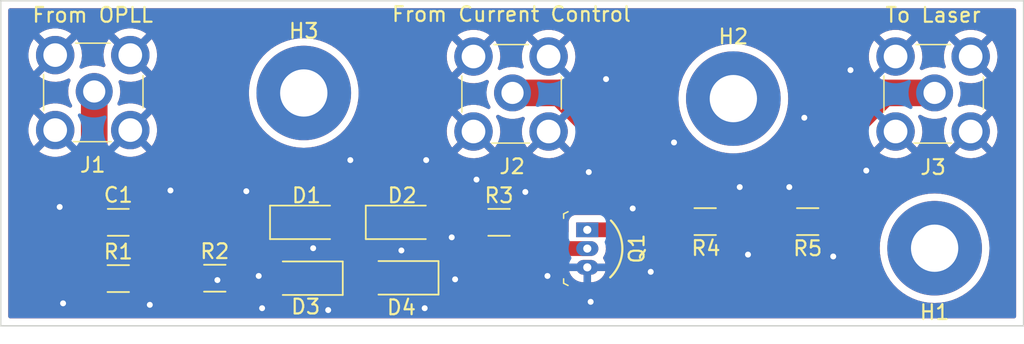
<source format=kicad_pcb>
(kicad_pcb (version 20211014) (generator pcbnew)
  (layers (0 "F.Cu" signal) (31 "B.Cu" signal) (34 "B.Paste" user) (35 "F.Paste" user) (36 "B.SilkS" user "B.Silkscreen") (37 "F.SilkS" user "F.Silkscreen") (38 "B.Mask" user) (39 "F.Mask" user) (44 "Edge.Cuts" user))
  (net 0 "")
  (net 1 "Net-(C1-Pad1)")
  (net 2 "Net-(C1-Pad2)")
  (net 3 "Net-(D1-Pad2)")
  (net 4 "GND")
  (net 5 "Net-(J2-Pad2)")
  (net 6 "Net-(J3-Pad2)")
  (net 7 "Net-(Q1-Pad2)")
  (net 8 "Net-(Q1-Pad1)")
  (net 9 "Net-(D3-Pad1)")
  (footprint "Diode_SMD:D_1206_3216Metric_Pad1.42x1.75mm_HandSolder" (layer "F.Cu") (at 122.1994 85.598 180)
    (fp_text reference "D3" (at 0.0508 -1.9304) (layer "F.SilkS"))
    (fp_text value "DIODE")
    (fp_line (start 1.6 -1.135) (end -2.46 -1.135) (layer "F.SilkS") (width 0.12))
    (fp_line (start -2.46 1.135) (end 1.6 1.135) (layer "F.SilkS") (width 0.12))
    (fp_line (start -2.46 -1.135) (end -2.46 1.135) (layer "F.SilkS") (width 0.12))
    (pad "1" smd roundrect (at -1.4875 0 180) (size 1.425 1.75) (layers "F.Cu" "F.Paste" "F.Mask") (roundrect_rratio 0.175439) (net 9 "Net-(D3-Pad1)"))
    (pad "2" smd roundrect (at 1.4875 0 180) (size 1.425 1.75) (layers "F.Cu" "F.Paste" "F.Mask") (roundrect_rratio 0.175439) (net 2 "Net-(C1-Pad2)"))
  )
  (footprint "Diode_SMD:D_1206_3216Metric_Pad1.42x1.75mm_HandSolder" (layer "F.Cu") (at 122.1994 81.8134)
    (fp_text reference "D1" (at 0 -1.82) (layer "F.SilkS"))
    (fp_text value "DIODE")
    (fp_line (start 1.6 -1.135) (end -2.46 -1.135) (layer "F.SilkS") (width 0.12))
    (fp_line (start -2.46 1.135) (end 1.6 1.135) (layer "F.SilkS") (width 0.12))
    (fp_line (start -2.46 -1.135) (end -2.46 1.135) (layer "F.SilkS") (width 0.12))
    (pad "1" smd roundrect (at -1.4875 0) (size 1.425 1.75) (layers "F.Cu" "F.Paste" "F.Mask") (roundrect_rratio 0.175439) (net 2 "Net-(C1-Pad2)"))
    (pad "2" smd roundrect (at 1.4875 0) (size 1.425 1.75) (layers "F.Cu" "F.Paste" "F.Mask") (roundrect_rratio 0.175439) (net 3 "Net-(D1-Pad2)"))
  )
  (footprint "digikey-footprints:TO-92-3" (layer "F.Cu") (at 141.1986 82.3214 -90)
    (fp_text reference "Q1" (at 1.27 -3.35 90) (layer "F.SilkS"))
    (fp_text value "FET D=1, G=2, S=3")
    (fp_line (start 3.62 1.6) (end 3.77 1.3) (layer "F.SilkS") (width 0.1))
    (fp_line (start -1.08 1.6) (end -1.23 1.3) (layer "F.SilkS") (width 0.1))
    (fp_line (start -0.78 1.6) (end -1.08 1.6) (layer "F.SilkS") (width 0.1))
    (fp_line (start 3.62 1.6) (end 3.32 1.6) (layer "F.SilkS") (width 0.1))
    (fp_arc (start -0.63 -1.6) (mid 1.305355 -2.372361) (end 3.22 -1.55) (layer "F.SilkS") (width 0.15))
    (pad "1" thru_hole rect locked (at 0 0 90) (size 1 1.5) (drill 0.55) (layers *.Cu *.Mask) (net 8 "Net-(Q1-Pad1)"))
    (pad "2" thru_hole oval locked (at 1.27 0 90) (size 1 1.5) (drill 0.55) (layers *.Cu *.Mask) (net 7 "Net-(Q1-Pad2)"))
    (pad "3" thru_hole oval locked (at 2.54 0 90) (size 1 1.5) (drill 0.55) (layers *.Cu *.Mask) (net 4 "GND"))
  )
  (footprint "Resistor_SMD:R_1206_3216Metric_Pad1.30x1.75mm_HandSolder" (layer "F.Cu") (at 109.474 85.6234)
    (fp_text reference "R1" (at 0 -1.82) (layer "F.SilkS"))
    (fp_text value "10k")
    (fp_line (start -0.727064 -0.91) (end 0.727064 -0.91) (layer "F.SilkS") (width 0.12))
    (fp_line (start -0.727064 0.91) (end 0.727064 0.91) (layer "F.SilkS") (width 0.12))
    (pad "1" smd roundrect (at -1.55 0) (size 1.3 1.75) (layers "F.Cu" "F.Paste" "F.Mask") (roundrect_rratio 0.192308) (net 1 "Net-(C1-Pad1)"))
    (pad "2" smd roundrect (at 1.55 0) (size 1.3 1.75) (layers "F.Cu" "F.Paste" "F.Mask") (roundrect_rratio 0.192308) (net 2 "Net-(C1-Pad2)"))
  )
  (footprint "MountingHole:MountingHole_3.2mm_M3_Pad" (layer "F.Cu") (at 122.0216 73.0504)
    (fp_text reference "H3" (at 0 -4.2) (layer "F.SilkS"))
    (fp_text value "MountingHole")
    (pad "1" thru_hole circle (at 0 0) (size 6.4 6.4) (drill 3.2) (layers *.Cu *.Mask))
  )
  (footprint "digikey-footprints:RF_SMA_Vertical_5-1814832-1" (layer "F.Cu") (at 107.7468 73.025)
    (fp_text reference "J1" (at 0 4.9022) (layer "F.SilkS"))
    (fp_text value "From OPLL")
    (fp_text user "${VALUE}" (at 0 -5.2578) (layer "F.SilkS"))
    (fp_line (start -1.3 3.325) (end 1.25 3.325) (layer "F.SilkS") (width 0.1))
    (fp_line (start -3.325 1.225) (end -3.325 -1.225) (layer "F.SilkS") (width 0.1))
    (fp_line (start 3.4 -1.15) (end 3.4 1.025) (layer "F.SilkS") (width 0.1))
    (fp_line (start -1.15 -3.35) (end 1.175 -3.35) (layer "F.SilkS") (width 0.1))
    (pad "1" thru_hole circle locked (at 2.54 -2.54) (size 2.6 2.6) (drill 1.6) (layers *.Cu *.Mask) (net 4 "GND"))
    (pad "1" thru_hole circle locked (at -2.54 2.54) (size 2.6 2.6) (drill 1.6) (layers *.Cu *.Mask) (net 4 "GND"))
    (pad "1" thru_hole circle locked (at -2.54 -2.54) (size 2.6 2.6) (drill 1.6) (layers *.Cu *.Mask) (net 4 "GND"))
    (pad "1" thru_hole circle locked (at 2.54 2.54) (size 2.6 2.6) (drill 1.6) (layers *.Cu *.Mask) (net 4 "GND"))
    (pad "2" thru_hole circle locked (at 0.1 -0.075) (size 2.5 2.5) (drill 1.5) (layers *.Cu *.Mask) (net 1 "Net-(C1-Pad1)"))
  )
  (footprint "digikey-footprints:RF_SMA_Vertical_5-1814832-1" (layer "F.Cu") (at 136.0424 73.1205)
    (fp_text reference "J2" (at 0.0762 4.9083) (layer "F.SilkS"))
    (fp_text value "From Current Control")
    (fp_text user "${VALUE}" (at 0.0254 -5.4041) (layer "F.SilkS"))
    (fp_line (start -3.325 1.225) (end -3.325 -1.225) (layer "F.SilkS") (width 0.1))
    (fp_line (start 3.4 -1.15) (end 3.4 1.025) (layer "F.SilkS") (width 0.1))
    (fp_line (start -1.15 -3.35) (end 1.175 -3.35) (layer "F.SilkS") (width 0.1))
    (fp_line (start -1.3 3.325) (end 1.25 3.325) (layer "F.SilkS") (width 0.1))
    (pad "1" thru_hole circle locked (at -2.54 -2.54) (size 2.6 2.6) (drill 1.6) (layers *.Cu *.Mask) (net 4 "GND"))
    (pad "1" thru_hole circle locked (at 2.54 -2.54) (size 2.6 2.6) (drill 1.6) (layers *.Cu *.Mask) (net 4 "GND"))
    (pad "1" thru_hole circle locked (at 2.54 2.54) (size 2.6 2.6) (drill 1.6) (layers *.Cu *.Mask) (net 4 "GND"))
    (pad "1" thru_hole circle locked (at -2.54 2.54) (size 2.6 2.6) (drill 1.6) (layers *.Cu *.Mask) (net 4 "GND"))
    (pad "2" thru_hole circle locked (at 0.1 -0.075) (size 2.5 2.5) (drill 1.5) (layers *.Cu *.Mask) (net 5 "Net-(J2-Pad2)"))
  )
  (footprint "Resistor_SMD:R_1206_3216Metric_Pad1.30x1.75mm_HandSolder" (layer "F.Cu") (at 149.1742 81.7626)
    (fp_text reference "R4" (at 0.0508 1.8034) (layer "F.SilkS"))
    (fp_text value "5R6")
    (fp_line (start -0.727064 -0.91) (end 0.727064 -0.91) (layer "F.SilkS") (width 0.12))
    (fp_line (start -0.727064 0.91) (end 0.727064 0.91) (layer "F.SilkS") (width 0.12))
    (pad "1" smd roundrect (at -1.55 0) (size 1.3 1.75) (layers "F.Cu" "F.Paste" "F.Mask") (roundrect_rratio 0.192308) (net 5 "Net-(J2-Pad2)"))
    (pad "2" smd roundrect (at 1.55 0) (size 1.3 1.75) (layers "F.Cu" "F.Paste" "F.Mask") (roundrect_rratio 0.192308) (net 8 "Net-(Q1-Pad1)"))
  )
  (footprint "MountingHole:MountingHole_3.2mm_M3_Pad" (layer "F.Cu") (at 164.6936 83.566)
    (fp_text reference "H1" (at 0 4.3434) (layer "F.SilkS"))
    (fp_text value "MountingHole")
    (pad "1" thru_hole circle (at 0 0) (size 6.4 6.4) (drill 3.2) (layers *.Cu *.Mask))
  )
  (footprint "MountingHole:MountingHole_3.2mm_M3_Pad" (layer "F.Cu") (at 151.0792 73.4314)
    (fp_text reference "H2" (at 0 -4.2) (layer "F.SilkS"))
    (fp_text value "MountingHole")
    (pad "1" thru_hole circle (at 0 0) (size 6.4 6.4) (drill 3.2) (layers *.Cu *.Mask))
  )
  (footprint "digikey-footprints:RF_SMA_Vertical_5-1814832-1" (layer "F.Cu") (at 164.592 73.1205)
    (fp_text reference "J3" (at 0 4.9591) (layer "F.SilkS"))
    (fp_text value "To Laser")
    (fp_text user "${VALUE}" (at 0 -5.3533) (layer "F.SilkS"))
    (fp_line (start 3.4 -1.15) (end 3.4 1.025) (layer "F.SilkS") (width 0.1))
    (fp_line (start -1.15 -3.35) (end 1.175 -3.35) (layer "F.SilkS") (width 0.1))
    (fp_line (start -3.325 1.225) (end -3.325 -1.225) (layer "F.SilkS") (width 0.1))
    (fp_line (start -1.3 3.325) (end 1.25 3.325) (layer "F.SilkS") (width 0.1))
    (pad "1" thru_hole circle locked (at -2.54 2.54) (size 2.6 2.6) (drill 1.6) (layers *.Cu *.Mask) (net 4 "GND"))
    (pad "1" thru_hole circle locked (at 2.54 -2.54) (size 2.6 2.6) (drill 1.6) (layers *.Cu *.Mask) (net 4 "GND"))
    (pad "1" thru_hole circle locked (at 2.54 2.54) (size 2.6 2.6) (drill 1.6) (layers *.Cu *.Mask) (net 4 "GND"))
    (pad "1" thru_hole circle locked (at -2.54 -2.54) (size 2.6 2.6) (drill 1.6) (layers *.Cu *.Mask) (net 4 "GND"))
    (pad "2" thru_hole circle locked (at 0.1 -0.075) (size 2.5 2.5) (drill 1.5) (layers *.Cu *.Mask) (net 6 "Net-(J3-Pad2)"))
  )
  (footprint "Resistor_SMD:R_1206_3216Metric_Pad1.30x1.75mm_HandSolder" (layer "F.Cu") (at 116.0018 85.598)
    (fp_text reference "R2" (at 0 -1.82) (layer "F.SilkS"))
    (fp_text value "10k")
    (fp_line (start -0.727064 0.91) (end 0.727064 0.91) (layer "F.SilkS") (width 0.12))
    (fp_line (start -0.727064 -0.91) (end 0.727064 -0.91) (layer "F.SilkS") (width 0.12))
    (pad "1" smd roundrect (at -1.55 0) (size 1.3 1.75) (layers "F.Cu" "F.Paste" "F.Mask") (roundrect_rratio 0.192308) (net 2 "Net-(C1-Pad2)"))
    (pad "2" smd roundrect (at 1.55 0) (size 1.3 1.75) (layers "F.Cu" "F.Paste" "F.Mask") (roundrect_rratio 0.192308) (net 4 "GND"))
  )
  (footprint "Diode_SMD:D_1206_3216Metric_Pad1.42x1.75mm_HandSolder" (layer "F.Cu") (at 128.6764 85.5726 180)
    (fp_text reference "D4" (at 0.0508 -2.0066) (layer "F.SilkS"))
    (fp_text value "DIODE")
    (fp_line (start -2.46 -1.135) (end -2.46 1.135) (layer "F.SilkS") (width 0.12))
    (fp_line (start 1.6 -1.135) (end -2.46 -1.135) (layer "F.SilkS") (width 0.12))
    (fp_line (start -2.46 1.135) (end 1.6 1.135) (layer "F.SilkS") (width 0.12))
    (pad "1" smd roundrect (at -1.4875 0 180) (size 1.425 1.75) (layers "F.Cu" "F.Paste" "F.Mask") (roundrect_rratio 0.175439) (net 4 "GND"))
    (pad "2" smd roundrect (at 1.4875 0 180) (size 1.425 1.75) (layers "F.Cu" "F.Paste" "F.Mask") (roundrect_rratio 0.175439) (net 9 "Net-(D3-Pad1)"))
  )
  (footprint "Diode_SMD:D_1206_3216Metric_Pad1.42x1.75mm_HandSolder" (layer "F.Cu") (at 128.6764 81.8134)
    (fp_text reference "D2" (at 0 -1.82) (layer "F.SilkS"))
    (fp_text value "DIODE")
    (fp_line (start -2.46 1.135) (end 1.6 1.135) (layer "F.SilkS") (width 0.12))
    (fp_line (start -2.46 -1.135) (end -2.46 1.135) (layer "F.SilkS") (width 0.12))
    (fp_line (start 1.6 -1.135) (end -2.46 -1.135) (layer "F.SilkS") (width 0.12))
    (pad "1" smd roundrect (at -1.4875 0) (size 1.425 1.75) (layers "F.Cu" "F.Paste" "F.Mask") (roundrect_rratio 0.175439) (net 3 "Net-(D1-Pad2)"))
    (pad "2" smd roundrect (at 1.4875 0) (size 1.425 1.75) (layers "F.Cu" "F.Paste" "F.Mask") (roundrect_rratio 0.175439) (net 4 "GND"))
  )
  (footprint "Resistor_SMD:R_1206_3216Metric_Pad1.30x1.75mm_HandSolder" (layer "F.Cu") (at 135.2296 81.8134)
    (fp_text reference "R3" (at 0 -1.82) (layer "F.SilkS"))
    (fp_text value "280")
    (fp_line (start -0.727064 -0.91) (end 0.727064 -0.91) (layer "F.SilkS") (width 0.12))
    (fp_line (start -0.727064 0.91) (end 0.727064 0.91) (layer "F.SilkS") (width 0.12))
    (pad "1" smd roundrect (at -1.55 0) (size 1.3 1.75) (layers "F.Cu" "F.Paste" "F.Mask") (roundrect_rratio 0.192308) (net 2 "Net-(C1-Pad2)"))
    (pad "2" smd roundrect (at 1.55 0) (size 1.3 1.75) (layers "F.Cu" "F.Paste" "F.Mask") (roundrect_rratio 0.192308) (net 7 "Net-(Q1-Pad2)"))
  )
  (footprint "Capacitor_SMD:C_1206_3216Metric_Pad1.33x1.80mm_HandSolder" (layer "F.Cu") (at 109.474 81.8134)
    (fp_text reference "C1" (at 0 -1.85) (layer "F.SilkS"))
    (fp_text value "150p")
    (fp_line (start -0.711252 0.91) (end 0.711252 0.91) (layer "F.SilkS") (width 0.12))
    (fp_line (start -0.711252 -0.91) (end 0.711252 -0.91) (layer "F.SilkS") (width 0.12))
    (pad "1" smd roundrect (at -1.5625 0) (size 1.325 1.8) (layers "F.Cu" "F.Paste" "F.Mask") (roundrect_rratio 0.188679) (net 1 "Net-(C1-Pad1)"))
    (pad "2" smd roundrect (at 1.5625 0) (size 1.325 1.8) (layers "F.Cu" "F.Paste" "F.Mask") (roundrect_rratio 0.188679) (net 2 "Net-(C1-Pad2)"))
  )
  (footprint "Resistor_SMD:R_1206_3216Metric_Pad1.30x1.75mm_HandSolder" (layer "F.Cu") (at 156.1084 81.7626 180)
    (fp_text reference "R5" (at 0 -1.82) (layer "F.SilkS"))
    (fp_text value "5R6")
    (fp_line (start -0.727064 -0.91) (end 0.727064 -0.91) (layer "F.SilkS") (width 0.12))
    (fp_line (start -0.727064 0.91) (end 0.727064 0.91) (layer "F.SilkS") (width 0.12))
    (pad "1" smd roundrect (at -1.55 0 180) (size 1.3 1.75) (layers "F.Cu" "F.Paste" "F.Mask") (roundrect_rratio 0.192308) (net 6 "Net-(J3-Pad2)"))
    (pad "2" smd roundrect (at 1.55 0 180) (size 1.3 1.75) (layers "F.Cu" "F.Paste" "F.Mask") (roundrect_rratio 0.192308) (net 8 "Net-(Q1-Pad1)"))
  )
  (gr_rect (start 101.5238 66.802) (end 170.7134 88.8238) (layer "Edge.Cuts") (width 0.1) (fill none))
  (segment (start 107.8468 81.7487) (end 107.9115 81.8134) (width 1.8) (layer "F.Cu") (net 1))
  (segment (start 107.8468 72.95) (end 107.8468 81.7487) (width 1.8) (layer "F.Cu") (net 1))
  (segment (start 107.9115 81.8134) (end 107.9115 85.6109) (width 1.8) (layer "F.Cu") (net 1))
  (segment (start 107.9115 85.6109) (end 107.924 85.6234) (width 1.8) (layer "F.Cu") (net 1))
  (segment (start 111.57552 83.62348) (end 119.84388 83.62348) (width 1.8) (layer "F.Cu") (net 2))
  (segment (start 111.0365 83.0449) (end 111.0365 84.1625) (width 1.8) (layer "F.Cu") (net 2))
  (segment (start 120.7119 81.792392) (end 120.7119 81.8134) (width 1.8) (layer "F.Cu") (net 2))
  (segment (start 120.7119 81.8134) (end 120.7119 83.0215) (width 1.8) (layer "F.Cu") (net 2))
  (segment (start 111.0365 84.1625) (end 111.0365 85.6109) (width 1.8) (layer "F.Cu") (net 2))
  (segment (start 111.0365 81.8134) (end 111.0365 83.0449) (width 1.8) (layer "F.Cu") (net 2))
  (segment (start 114.4264 85.6234) (end 114.4518 85.598) (width 1.8) (layer "F.Cu") (net 2))
  (segment (start 119.84388 83.62348) (end 120.7119 84.4915) (width 1.8) (layer "F.Cu") (net 2))
  (segment (start 133.6796 81.8134) (end 131.68008 79.81388) (width 1.8) (layer "F.Cu") (net 2))
  (segment (start 120.7119 84.4915) (end 120.7119 85.598) (width 1.8) (layer "F.Cu") (net 2))
  (segment (start 131.68008 79.81388) (end 122.690412 79.81388) (width 1.8) (layer "F.Cu") (net 2))
  (segment (start 122.690412 79.81388) (end 120.7119 81.792392) (width 1.8) (layer "F.Cu") (net 2))
  (segment (start 120.6885 83.0449) (end 120.7119 83.0215) (width 1.8) (layer "F.Cu") (net 2))
  (segment (start 111.0365 85.6109) (end 111.024 85.6234) (width 1.8) (layer "F.Cu") (net 2))
  (segment (start 111.0365 84.1625) (end 111.57552 83.62348) (width 1.8) (layer "F.Cu") (net 2))
  (segment (start 111.0365 83.0449) (end 120.6885 83.0449) (width 1.8) (layer "F.Cu") (net 2))
  (segment (start 111.0365 84.1625) (end 114.1599 84.1625) (width 1.8) (layer "F.Cu") (net 2))
  (segment (start 114.1599 84.1625) (end 114.554 84.5566) (width 1.8) (layer "F.Cu") (net 2))
  (segment (start 111.0365 81.8134) (end 120.7119 81.8134) (width 1.8) (layer "F.Cu") (net 2))
  (segment (start 111.024 85.6234) (end 114.4264 85.6234) (width 1.8) (layer "F.Cu") (net 2))
  (segment (start 120.7119 83.0215) (end 120.7119 84.4915) (width 1.8) (layer "F.Cu") (net 2))
  (segment (start 123.6869 81.8134) (end 127.1889 81.8134) (width 1.8) (layer "F.Cu") (net 3))
  (via (at 157.8356 84.1248) (size 0.8) (drill 0.4) (layers "F.Cu" "B.Cu") (net 4))
  (via (at 130.302 77.597) (size 0.8) (drill 0.4) (layers "F.Cu" "B.Cu") (net 4))
  (via (at 128.6256 83.7184) (size 0.8) (drill 0.4) (layers "F.Cu" "B.Cu") (net 4))
  (via (at 160.0708 78.3082) (size 0.8) (drill 0.4) (layers "F.Cu" "B.Cu") (net 4))
  (via (at 119.2022 87.63) (size 0.8) (drill 0.4) (layers "F.Cu" "B.Cu") (net 4))
  (via (at 130.2004 87.63) (size 0.8) (drill 0.4) (layers "F.Cu" "B.Cu") (net 4))
  (via (at 145.4912 85.1662) (size 0.8) (drill 0.4) (layers "F.Cu" "B.Cu") (net 4))
  (via (at 141.4272 87.1982) (size 0.8) (drill 0.4) (layers "F.Cu" "B.Cu") (net 4))
  (via (at 154.8638 79.4258) (size 0.8) (drill 0.4) (layers "F.Cu" "B.Cu") (net 4))
  (via (at 118.9736 85.4456) (size 0.8) (drill 0.4) (layers "F.Cu" "B.Cu") (net 4))
  (via (at 133.7056 78.9178) (size 0.8) (drill 0.4) (layers "F.Cu" "B.Cu") (net 4))
  (via (at 151.511 79.4258) (size 0.8) (drill 0.4) (layers "F.Cu" "B.Cu") (net 4))
  (via (at 132.2578 85.6742) (size 0.8) (drill 0.4) (layers "F.Cu" "B.Cu") (net 4))
  (via (at 113.0046 79.6544) (size 0.8) (drill 0.4) (layers "F.Cu" "B.Cu") (net 4))
  (via (at 138.5062 85.4456) (size 0.8) (drill 0.4) (layers "F.Cu" "B.Cu") (net 4))
  (via (at 105.5116 80.772) (size 0.8) (drill 0.4) (layers "F.Cu" "B.Cu") (net 4))
  (via (at 105.7402 87.2998) (size 0.8) (drill 0.4) (layers "F.Cu" "B.Cu") (net 4))
  (via (at 111.6076 87.4014) (size 0.8) (drill 0.4) (layers "F.Cu" "B.Cu") (net 4))
  (via (at 159.004 71.501) (size 0.8) (drill 0.4) (layers "F.Cu" "B.Cu") (net 4))
  (via (at 118.1354 79.7052) (size 0.8) (drill 0.4) (layers "F.Cu" "B.Cu") (net 4))
  (via (at 125.1712 77.597) (size 0.8) (drill 0.4) (layers "F.Cu" "B.Cu") (net 4))
  (via (at 122.6566 83.566) (size 0.8) (drill 0.4) (layers "F.Cu" "B.Cu") (net 4))
  (via (at 155.8798 74.7268) (size 0.8) (drill 0.4) (layers "F.Cu" "B.Cu") (net 4))
  (via (at 141.3002 78.4098) (size 0.8) (drill 0.4) (layers "F.Cu" "B.Cu") (net 4))
  (via (at 147.066 76.4032) (size 0.8) (drill 0.4) (layers "F.Cu" "B.Cu") (net 4))
  (via (at 132.0292 82.8294) (size 0.8) (drill 0.4) (layers "F.Cu" "B.Cu") (net 4))
  (via (at 144.272 80.8736) (size 0.8) (drill 0.4) (layers "F.Cu" "B.Cu") (net 4))
  (via (at 137.0076 79.756) (size 0.8) (drill 0.4) (layers "F.Cu" "B.Cu") (net 4))
  (via (at 116.1796 85.725) (size 0.8) (drill 0.4) (layers "F.Cu" "B.Cu") (net 4))
  (via (at 152.0698 83.9978) (size 0.8) (drill 0.4) (layers "F.Cu" "B.Cu") (net 4))
  (via (at 123.6726 87.757) (size 0.8) (drill 0.4) (layers "F.Cu" "B.Cu") (net 4))
  (via (at 142.4686 72.1106) (size 0.8) (drill 0.4) (layers "F.Cu" "B.Cu") (net 4))
  (segment (start 139.360822 73.0455) (end 147.6242 81.308878) (width 1.8) (layer "F.Cu") (net 5))
  (segment (start 147.6242 81.308878) (end 147.6242 81.7626) (width 1.8) (layer "F.Cu") (net 5))
  (segment (start 136.1424 73.0455) (end 139.360822 73.0455) (width 1.8) (layer "F.Cu") (net 5))
  (segment (start 161.273578 73.0455) (end 157.6584 76.660678) (width 1.8) (layer "F.Cu") (net 6))
  (segment (start 164.692 73.0455) (end 161.273578 73.0455) (width 1.8) (layer "F.Cu") (net 6))
  (segment (start 157.6584 76.660678) (end 157.6584 81.7626) (width 1.8) (layer "F.Cu") (net 6))
  (segment (start 138.5576 83.5914) (end 136.7796 81.8134) (width 1) (layer "F.Cu") (net 7))
  (segment (start 141.1986 83.5914) (end 138.5576 83.5914) (width 1) (layer "F.Cu") (net 7))
  (segment (start 141.1986 82.3214) (end 145.815176 82.3214) (width 1) (layer "F.Cu") (net 8))
  (segment (start 149.12468 83.36212) (end 150.7242 81.7626) (width 1) (layer "F.Cu") (net 8))
  (segment (start 145.815176 82.3214) (end 146.855896 83.36212) (width 1) (layer "F.Cu") (net 8))
  (segment (start 146.855896 83.36212) (end 149.12468 83.36212) (width 1) (layer "F.Cu") (net 8))
  (segment (start 150.7242 81.7626) (end 154.5584 81.7626) (width 1.8) (layer "F.Cu") (net 8))
  (segment (start 127.1635 85.598) (end 127.1889 85.5726) (width 1.8) (layer "F.Cu") (net 9))
  (segment (start 123.6869 85.598) (end 127.1635 85.598) (width 1.8) (layer "F.Cu") (net 9))
  (zone (net 4) (net_name "GND") (layer "F.Cu") (connect_pads (clearance 0.508)) (min_thickness 0.254) (fill yes (thermal_gap 0.508) (thermal_bridge_width 0.508))
    (polygon (pts (xy 101.5238 66.802) (xy 170.7134 66.802) (xy 170.7134 88.8238) (xy 101.5238 88.8238)))
  )
  (zone (net 4) (net_name "GND") (layer "B.Cu") (connect_pads (clearance 0.508)) (min_thickness 0.254) (fill yes (thermal_gap 0.508) (thermal_bridge_width 0.508))
    (polygon (pts (xy 101.5238 66.802) (xy 170.7134 66.802) (xy 170.7134 88.8238) (xy 101.5238 88.8238)))
  )
)
</source>
